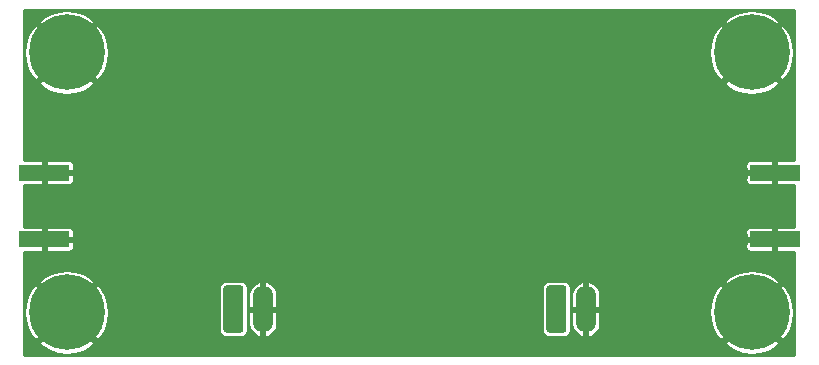
<source format=gbl>
G04 #@! TF.GenerationSoftware,KiCad,Pcbnew,5.1.10-88a1d61d58~90~ubuntu21.04.1*
G04 #@! TF.CreationDate,2021-09-19T17:29:36+02:00*
G04 #@! TF.ProjectId,23cm_PA,3233636d-5f50-4412-9e6b-696361645f70,rev?*
G04 #@! TF.SameCoordinates,Original*
G04 #@! TF.FileFunction,Copper,L2,Bot*
G04 #@! TF.FilePolarity,Positive*
%FSLAX46Y46*%
G04 Gerber Fmt 4.6, Leading zero omitted, Abs format (unit mm)*
G04 Created by KiCad (PCBNEW 5.1.10-88a1d61d58~90~ubuntu21.04.1) date 2021-09-19 17:29:36*
%MOMM*%
%LPD*%
G01*
G04 APERTURE LIST*
G04 #@! TA.AperFunction,ConnectorPad*
%ADD10C,6.400000*%
G04 #@! TD*
G04 #@! TA.AperFunction,ComponentPad*
%ADD11C,3.600000*%
G04 #@! TD*
G04 #@! TA.AperFunction,SMDPad,CuDef*
%ADD12R,4.200000X1.350000*%
G04 #@! TD*
G04 #@! TA.AperFunction,ComponentPad*
%ADD13O,1.700000X4.000000*%
G04 #@! TD*
G04 #@! TA.AperFunction,ViaPad*
%ADD14C,0.800000*%
G04 #@! TD*
G04 #@! TA.AperFunction,Conductor*
%ADD15C,0.254000*%
G04 #@! TD*
G04 #@! TA.AperFunction,Conductor*
%ADD16C,0.100000*%
G04 #@! TD*
G04 APERTURE END LIST*
D10*
X104000000Y-126000000D03*
D11*
X104000000Y-126000000D03*
D10*
X162000000Y-126000000D03*
D11*
X162000000Y-126000000D03*
D10*
X162000000Y-104000000D03*
D11*
X162000000Y-104000000D03*
D10*
X104000000Y-104000000D03*
D11*
X104000000Y-104000000D03*
D12*
X102108000Y-119825000D03*
X102108000Y-114175000D03*
X163957000Y-114175000D03*
X163957000Y-119825000D03*
D13*
X147955000Y-125730000D03*
G04 #@! TA.AperFunction,ComponentPad*
G36*
G01*
X144605000Y-127480100D02*
X144605000Y-123979900D01*
G75*
G02*
X144854900Y-123730000I249900J0D01*
G01*
X146055100Y-123730000D01*
G75*
G02*
X146305000Y-123979900I0J-249900D01*
G01*
X146305000Y-127480100D01*
G75*
G02*
X146055100Y-127730000I-249900J0D01*
G01*
X144854900Y-127730000D01*
G75*
G02*
X144605000Y-127480100I0J249900D01*
G01*
G37*
G04 #@! TD.AperFunction*
X120610000Y-125730000D03*
G04 #@! TA.AperFunction,ComponentPad*
G36*
G01*
X117260000Y-127480100D02*
X117260000Y-123979900D01*
G75*
G02*
X117509900Y-123730000I249900J0D01*
G01*
X118710100Y-123730000D01*
G75*
G02*
X118960000Y-123979900I0J-249900D01*
G01*
X118960000Y-127480100D01*
G75*
G02*
X118710100Y-127730000I-249900J0D01*
G01*
X117509900Y-127730000D01*
G75*
G02*
X117260000Y-127480100I0J249900D01*
G01*
G37*
G04 #@! TD.AperFunction*
D14*
X103632000Y-114046000D03*
X100711000Y-114046000D03*
X102108000Y-114046000D03*
X103632000Y-119761000D03*
X100711000Y-119761000D03*
X102108000Y-119761000D03*
X165354000Y-114173000D03*
X162306000Y-114173000D03*
X163957000Y-114173000D03*
X163957000Y-119888000D03*
X165354000Y-119888000D03*
X162306000Y-119888000D03*
X149606000Y-120777000D03*
X109982000Y-114046000D03*
X109982000Y-111760000D03*
X108966000Y-112268000D03*
X108966000Y-113538000D03*
X135636000Y-113284000D03*
X135636000Y-114300000D03*
X135636000Y-115316000D03*
X131572000Y-112776000D03*
X131572000Y-114046000D03*
X137414000Y-100838000D03*
X137414000Y-101854000D03*
X137414000Y-102870000D03*
X137414000Y-103886000D03*
X137414000Y-104902000D03*
X122682000Y-100838000D03*
X122682000Y-101854000D03*
X122682000Y-102870000D03*
X122682000Y-103886000D03*
X122682000Y-104902000D03*
X122682000Y-105918000D03*
X137414000Y-105918000D03*
X124460000Y-106934000D03*
X124460000Y-107950000D03*
X124460000Y-108966000D03*
X124460000Y-109982000D03*
X135636000Y-106934000D03*
X135636000Y-107950000D03*
X135636000Y-108966000D03*
X135636000Y-109982000D03*
X135636000Y-110998000D03*
X135636000Y-112014000D03*
X124460000Y-100965000D03*
X126365000Y-100965000D03*
X128270000Y-100965000D03*
X130175000Y-100965000D03*
X132080000Y-100965000D03*
X133985000Y-100965000D03*
X135890000Y-100965000D03*
X124460000Y-102870000D03*
X126365000Y-102870000D03*
X128270000Y-102870000D03*
X130175000Y-102870000D03*
X132080000Y-102870000D03*
X133985000Y-102870000D03*
X135890000Y-102870000D03*
X124460000Y-104775000D03*
X126365000Y-104775000D03*
X128270000Y-104775000D03*
X130175000Y-104775000D03*
X132080000Y-104775000D03*
X133985000Y-104775000D03*
X135890000Y-104775000D03*
X126365000Y-106680000D03*
X128270000Y-106680000D03*
X130175000Y-106680000D03*
X132080000Y-106680000D03*
X133985000Y-106680000D03*
X128270000Y-108585000D03*
X130175000Y-108585000D03*
X132080000Y-108585000D03*
X128270000Y-110490000D03*
X130175000Y-110490000D03*
X132080000Y-110490000D03*
X133985000Y-110490000D03*
X126365000Y-110490000D03*
X133985000Y-112395000D03*
X129540000Y-123190000D03*
X109220000Y-120015000D03*
X110490000Y-120015000D03*
X108458000Y-119126000D03*
X110998000Y-119126000D03*
D15*
X103312011Y-100468056D02*
X102636183Y-100670142D01*
X102012765Y-101000191D01*
X101989019Y-101016057D01*
X101614382Y-101434776D01*
X103378966Y-103199361D01*
X104000000Y-103820395D01*
X106385618Y-101434776D01*
X106010981Y-101016057D01*
X105390202Y-100681070D01*
X104715998Y-100473627D01*
X104056221Y-100406000D01*
X161968781Y-100406000D01*
X161312011Y-100468056D01*
X160636183Y-100670142D01*
X160012765Y-101000191D01*
X159989019Y-101016057D01*
X159614382Y-101434776D01*
X161378966Y-103199361D01*
X162000000Y-103820395D01*
X164385618Y-101434776D01*
X164010981Y-101016057D01*
X163390202Y-100681070D01*
X162715998Y-100473627D01*
X162056221Y-100406000D01*
X165594001Y-100406000D01*
X165594001Y-103968790D01*
X165531944Y-103312011D01*
X165329858Y-102636183D01*
X164999809Y-102012765D01*
X164983943Y-101989019D01*
X164565224Y-101614382D01*
X162179605Y-104000000D01*
X164565224Y-106385618D01*
X164983943Y-106010981D01*
X165318930Y-105390202D01*
X165526373Y-104715998D01*
X165594001Y-104056212D01*
X165594001Y-113117611D01*
X164179250Y-113119000D01*
X164084000Y-113214250D01*
X164084000Y-114048000D01*
X164104000Y-114048000D01*
X164104000Y-114302000D01*
X164084000Y-114302000D01*
X164084000Y-115135750D01*
X164179250Y-115231000D01*
X165594000Y-115232389D01*
X165594000Y-118767611D01*
X164179250Y-118769000D01*
X164084000Y-118864250D01*
X164084000Y-119698000D01*
X164104000Y-119698000D01*
X164104000Y-119952000D01*
X164084000Y-119952000D01*
X164084000Y-120785750D01*
X164179250Y-120881000D01*
X165594000Y-120882389D01*
X165594000Y-125968782D01*
X165531944Y-125312011D01*
X165329858Y-124636183D01*
X164999809Y-124012765D01*
X164983943Y-123989019D01*
X164565224Y-123614382D01*
X162179605Y-126000000D01*
X164565224Y-128385618D01*
X164983943Y-128010981D01*
X165318930Y-127390202D01*
X165526373Y-126715998D01*
X165594000Y-126056219D01*
X165594000Y-129594000D01*
X162031219Y-129594000D01*
X162687989Y-129531944D01*
X163363817Y-129329858D01*
X163987235Y-128999809D01*
X164010981Y-128983943D01*
X164385618Y-128565224D01*
X162000000Y-126179605D01*
X159614382Y-128565224D01*
X159989019Y-128983943D01*
X160609798Y-129318930D01*
X161284002Y-129526373D01*
X161943779Y-129594000D01*
X104031219Y-129594000D01*
X104687989Y-129531944D01*
X105363817Y-129329858D01*
X105987235Y-128999809D01*
X106010981Y-128983943D01*
X106385618Y-128565224D01*
X104000000Y-126179605D01*
X101614382Y-128565224D01*
X101989019Y-128983943D01*
X102609798Y-129318930D01*
X103284002Y-129526373D01*
X103943779Y-129594000D01*
X100406000Y-129594000D01*
X100406000Y-126031219D01*
X100468056Y-126687989D01*
X100670142Y-127363817D01*
X101000191Y-127987235D01*
X101016057Y-128010981D01*
X101434776Y-128385618D01*
X102430610Y-127389784D01*
X102637142Y-127183253D01*
X103820395Y-126000000D01*
X104179605Y-126000000D01*
X106565224Y-128385618D01*
X106983943Y-128010981D01*
X107318930Y-127390202D01*
X107526373Y-126715998D01*
X107598299Y-126014279D01*
X107531944Y-125312011D01*
X107329858Y-124636183D01*
X106999809Y-124012765D01*
X106983943Y-123989019D01*
X106973752Y-123979900D01*
X116877157Y-123979900D01*
X116877157Y-127480100D01*
X116889315Y-127603542D01*
X116925322Y-127722240D01*
X116983793Y-127831633D01*
X117062483Y-127927517D01*
X117158367Y-128006207D01*
X117267760Y-128064678D01*
X117386458Y-128100685D01*
X117509900Y-128112843D01*
X118710100Y-128112843D01*
X118833542Y-128100685D01*
X118952240Y-128064678D01*
X119061633Y-128006207D01*
X119157517Y-127927517D01*
X119236207Y-127831633D01*
X119294678Y-127722240D01*
X119330685Y-127603542D01*
X119342843Y-127480100D01*
X119342843Y-125857000D01*
X119379000Y-125857000D01*
X119379000Y-127007000D01*
X119427430Y-127244716D01*
X119521305Y-127468416D01*
X119657018Y-127669504D01*
X119829354Y-127840251D01*
X120031690Y-127974097D01*
X120256250Y-128065897D01*
X120293020Y-128069489D01*
X120483000Y-128008627D01*
X120483000Y-125857000D01*
X120737000Y-125857000D01*
X120737000Y-128008627D01*
X120926980Y-128069489D01*
X120963750Y-128065897D01*
X121188310Y-127974097D01*
X121390646Y-127840251D01*
X121562982Y-127669504D01*
X121698695Y-127468416D01*
X121792570Y-127244716D01*
X121841000Y-127007000D01*
X121841000Y-125857000D01*
X120737000Y-125857000D01*
X120483000Y-125857000D01*
X119379000Y-125857000D01*
X119342843Y-125857000D01*
X119342843Y-124453000D01*
X119379000Y-124453000D01*
X119379000Y-125603000D01*
X120483000Y-125603000D01*
X120483000Y-123451373D01*
X120737000Y-123451373D01*
X120737000Y-125603000D01*
X121841000Y-125603000D01*
X121841000Y-124453000D01*
X121792570Y-124215284D01*
X121698695Y-123991584D01*
X121690810Y-123979900D01*
X144222157Y-123979900D01*
X144222157Y-127480100D01*
X144234315Y-127603542D01*
X144270322Y-127722240D01*
X144328793Y-127831633D01*
X144407483Y-127927517D01*
X144503367Y-128006207D01*
X144612760Y-128064678D01*
X144731458Y-128100685D01*
X144854900Y-128112843D01*
X146055100Y-128112843D01*
X146178542Y-128100685D01*
X146297240Y-128064678D01*
X146406633Y-128006207D01*
X146502517Y-127927517D01*
X146581207Y-127831633D01*
X146639678Y-127722240D01*
X146675685Y-127603542D01*
X146687843Y-127480100D01*
X146687843Y-125857000D01*
X146724000Y-125857000D01*
X146724000Y-127007000D01*
X146772430Y-127244716D01*
X146866305Y-127468416D01*
X147002018Y-127669504D01*
X147174354Y-127840251D01*
X147376690Y-127974097D01*
X147601250Y-128065897D01*
X147638020Y-128069489D01*
X147828000Y-128008627D01*
X147828000Y-125857000D01*
X148082000Y-125857000D01*
X148082000Y-128008627D01*
X148271980Y-128069489D01*
X148308750Y-128065897D01*
X148533310Y-127974097D01*
X148735646Y-127840251D01*
X148907982Y-127669504D01*
X149043695Y-127468416D01*
X149137570Y-127244716D01*
X149186000Y-127007000D01*
X149186000Y-125985721D01*
X158401701Y-125985721D01*
X158468056Y-126687989D01*
X158670142Y-127363817D01*
X159000191Y-127987235D01*
X159016057Y-128010981D01*
X159434776Y-128385618D01*
X160430610Y-127389784D01*
X160637142Y-127183253D01*
X161820395Y-126000000D01*
X159434776Y-123614382D01*
X159016057Y-123989019D01*
X158681070Y-124609798D01*
X158473627Y-125284002D01*
X158401701Y-125985721D01*
X149186000Y-125985721D01*
X149186000Y-125857000D01*
X148082000Y-125857000D01*
X147828000Y-125857000D01*
X146724000Y-125857000D01*
X146687843Y-125857000D01*
X146687843Y-124453000D01*
X146724000Y-124453000D01*
X146724000Y-125603000D01*
X147828000Y-125603000D01*
X147828000Y-123451373D01*
X148082000Y-123451373D01*
X148082000Y-125603000D01*
X149186000Y-125603000D01*
X149186000Y-124453000D01*
X149137570Y-124215284D01*
X149043695Y-123991584D01*
X148907982Y-123790496D01*
X148735646Y-123619749D01*
X148533310Y-123485903D01*
X148408244Y-123434776D01*
X159614382Y-123434776D01*
X161378966Y-125199361D01*
X162000000Y-125820395D01*
X164385618Y-123434776D01*
X164010981Y-123016057D01*
X163390202Y-122681070D01*
X162715998Y-122473627D01*
X162014279Y-122401701D01*
X161312011Y-122468056D01*
X160636183Y-122670142D01*
X160012765Y-123000191D01*
X159989019Y-123016057D01*
X159614382Y-123434776D01*
X148408244Y-123434776D01*
X148308750Y-123394103D01*
X148271980Y-123390511D01*
X148082000Y-123451373D01*
X147828000Y-123451373D01*
X147638020Y-123390511D01*
X147601250Y-123394103D01*
X147376690Y-123485903D01*
X147174354Y-123619749D01*
X147002018Y-123790496D01*
X146866305Y-123991584D01*
X146772430Y-124215284D01*
X146724000Y-124453000D01*
X146687843Y-124453000D01*
X146687843Y-123979900D01*
X146675685Y-123856458D01*
X146639678Y-123737760D01*
X146581207Y-123628367D01*
X146502517Y-123532483D01*
X146406633Y-123453793D01*
X146297240Y-123395322D01*
X146178542Y-123359315D01*
X146055100Y-123347157D01*
X144854900Y-123347157D01*
X144731458Y-123359315D01*
X144612760Y-123395322D01*
X144503367Y-123453793D01*
X144407483Y-123532483D01*
X144328793Y-123628367D01*
X144270322Y-123737760D01*
X144234315Y-123856458D01*
X144222157Y-123979900D01*
X121690810Y-123979900D01*
X121562982Y-123790496D01*
X121390646Y-123619749D01*
X121188310Y-123485903D01*
X120963750Y-123394103D01*
X120926980Y-123390511D01*
X120737000Y-123451373D01*
X120483000Y-123451373D01*
X120293020Y-123390511D01*
X120256250Y-123394103D01*
X120031690Y-123485903D01*
X119829354Y-123619749D01*
X119657018Y-123790496D01*
X119521305Y-123991584D01*
X119427430Y-124215284D01*
X119379000Y-124453000D01*
X119342843Y-124453000D01*
X119342843Y-123979900D01*
X119330685Y-123856458D01*
X119294678Y-123737760D01*
X119236207Y-123628367D01*
X119157517Y-123532483D01*
X119061633Y-123453793D01*
X118952240Y-123395322D01*
X118833542Y-123359315D01*
X118710100Y-123347157D01*
X117509900Y-123347157D01*
X117386458Y-123359315D01*
X117267760Y-123395322D01*
X117158367Y-123453793D01*
X117062483Y-123532483D01*
X116983793Y-123628367D01*
X116925322Y-123737760D01*
X116889315Y-123856458D01*
X116877157Y-123979900D01*
X106973752Y-123979900D01*
X106565224Y-123614382D01*
X104179605Y-126000000D01*
X103820395Y-126000000D01*
X101434776Y-123614382D01*
X101016057Y-123989019D01*
X100681070Y-124609798D01*
X100473627Y-125284002D01*
X100406000Y-125943779D01*
X100406000Y-123434776D01*
X101614382Y-123434776D01*
X103378966Y-125199361D01*
X104000000Y-125820395D01*
X106385618Y-123434776D01*
X106010981Y-123016057D01*
X105390202Y-122681070D01*
X104715998Y-122473627D01*
X104014279Y-122401701D01*
X103312011Y-122468056D01*
X102636183Y-122670142D01*
X102012765Y-123000191D01*
X101989019Y-123016057D01*
X101614382Y-123434776D01*
X100406000Y-123434776D01*
X100406000Y-120882452D01*
X101885750Y-120881000D01*
X101981000Y-120785750D01*
X101981000Y-119952000D01*
X102235000Y-119952000D01*
X102235000Y-120785750D01*
X102330250Y-120881000D01*
X104208000Y-120882843D01*
X104282689Y-120875487D01*
X104354508Y-120853701D01*
X104420696Y-120818322D01*
X104478711Y-120770711D01*
X104526322Y-120712696D01*
X104561701Y-120646508D01*
X104583487Y-120574689D01*
X104590843Y-120500000D01*
X161474157Y-120500000D01*
X161481513Y-120574689D01*
X161503299Y-120646508D01*
X161538678Y-120712696D01*
X161586289Y-120770711D01*
X161644304Y-120818322D01*
X161710492Y-120853701D01*
X161782311Y-120875487D01*
X161857000Y-120882843D01*
X163734750Y-120881000D01*
X163830000Y-120785750D01*
X163830000Y-119952000D01*
X161571250Y-119952000D01*
X161476000Y-120047250D01*
X161474157Y-120500000D01*
X104590843Y-120500000D01*
X104589000Y-120047250D01*
X104493750Y-119952000D01*
X102235000Y-119952000D01*
X101981000Y-119952000D01*
X101961000Y-119952000D01*
X101961000Y-119698000D01*
X101981000Y-119698000D01*
X101981000Y-118864250D01*
X102235000Y-118864250D01*
X102235000Y-119698000D01*
X104493750Y-119698000D01*
X104589000Y-119602750D01*
X104590843Y-119150000D01*
X161474157Y-119150000D01*
X161476000Y-119602750D01*
X161571250Y-119698000D01*
X163830000Y-119698000D01*
X163830000Y-118864250D01*
X163734750Y-118769000D01*
X161857000Y-118767157D01*
X161782311Y-118774513D01*
X161710492Y-118796299D01*
X161644304Y-118831678D01*
X161586289Y-118879289D01*
X161538678Y-118937304D01*
X161503299Y-119003492D01*
X161481513Y-119075311D01*
X161474157Y-119150000D01*
X104590843Y-119150000D01*
X104583487Y-119075311D01*
X104561701Y-119003492D01*
X104526322Y-118937304D01*
X104478711Y-118879289D01*
X104420696Y-118831678D01*
X104354508Y-118796299D01*
X104282689Y-118774513D01*
X104208000Y-118767157D01*
X102330250Y-118769000D01*
X102235000Y-118864250D01*
X101981000Y-118864250D01*
X101885750Y-118769000D01*
X100406000Y-118767548D01*
X100406000Y-115232452D01*
X101885750Y-115231000D01*
X101981000Y-115135750D01*
X101981000Y-114302000D01*
X102235000Y-114302000D01*
X102235000Y-115135750D01*
X102330250Y-115231000D01*
X104208000Y-115232843D01*
X104282689Y-115225487D01*
X104354508Y-115203701D01*
X104420696Y-115168322D01*
X104478711Y-115120711D01*
X104526322Y-115062696D01*
X104561701Y-114996508D01*
X104583487Y-114924689D01*
X104590843Y-114850000D01*
X161474157Y-114850000D01*
X161481513Y-114924689D01*
X161503299Y-114996508D01*
X161538678Y-115062696D01*
X161586289Y-115120711D01*
X161644304Y-115168322D01*
X161710492Y-115203701D01*
X161782311Y-115225487D01*
X161857000Y-115232843D01*
X163734750Y-115231000D01*
X163830000Y-115135750D01*
X163830000Y-114302000D01*
X161571250Y-114302000D01*
X161476000Y-114397250D01*
X161474157Y-114850000D01*
X104590843Y-114850000D01*
X104589000Y-114397250D01*
X104493750Y-114302000D01*
X102235000Y-114302000D01*
X101981000Y-114302000D01*
X101961000Y-114302000D01*
X101961000Y-114048000D01*
X101981000Y-114048000D01*
X101981000Y-113214250D01*
X102235000Y-113214250D01*
X102235000Y-114048000D01*
X104493750Y-114048000D01*
X104589000Y-113952750D01*
X104590843Y-113500000D01*
X161474157Y-113500000D01*
X161476000Y-113952750D01*
X161571250Y-114048000D01*
X163830000Y-114048000D01*
X163830000Y-113214250D01*
X163734750Y-113119000D01*
X161857000Y-113117157D01*
X161782311Y-113124513D01*
X161710492Y-113146299D01*
X161644304Y-113181678D01*
X161586289Y-113229289D01*
X161538678Y-113287304D01*
X161503299Y-113353492D01*
X161481513Y-113425311D01*
X161474157Y-113500000D01*
X104590843Y-113500000D01*
X104583487Y-113425311D01*
X104561701Y-113353492D01*
X104526322Y-113287304D01*
X104478711Y-113229289D01*
X104420696Y-113181678D01*
X104354508Y-113146299D01*
X104282689Y-113124513D01*
X104208000Y-113117157D01*
X102330250Y-113119000D01*
X102235000Y-113214250D01*
X101981000Y-113214250D01*
X101885750Y-113119000D01*
X100406000Y-113117548D01*
X100406000Y-106565224D01*
X101614382Y-106565224D01*
X101989019Y-106983943D01*
X102609798Y-107318930D01*
X103284002Y-107526373D01*
X103985721Y-107598299D01*
X104687989Y-107531944D01*
X105363817Y-107329858D01*
X105987235Y-106999809D01*
X106010981Y-106983943D01*
X106385618Y-106565224D01*
X159614382Y-106565224D01*
X159989019Y-106983943D01*
X160609798Y-107318930D01*
X161284002Y-107526373D01*
X161985721Y-107598299D01*
X162687989Y-107531944D01*
X163363817Y-107329858D01*
X163987235Y-106999809D01*
X164010981Y-106983943D01*
X164385618Y-106565224D01*
X162000000Y-104179605D01*
X159614382Y-106565224D01*
X106385618Y-106565224D01*
X104000000Y-104179605D01*
X101614382Y-106565224D01*
X100406000Y-106565224D01*
X100406000Y-104031219D01*
X100468056Y-104687989D01*
X100670142Y-105363817D01*
X101000191Y-105987235D01*
X101016057Y-106010981D01*
X101434776Y-106385618D01*
X102430610Y-105389784D01*
X102637142Y-105183253D01*
X103820395Y-104000000D01*
X104179605Y-104000000D01*
X106565224Y-106385618D01*
X106983943Y-106010981D01*
X107318930Y-105390202D01*
X107526373Y-104715998D01*
X107598299Y-104014279D01*
X107595601Y-103985721D01*
X158401701Y-103985721D01*
X158468056Y-104687989D01*
X158670142Y-105363817D01*
X159000191Y-105987235D01*
X159016057Y-106010981D01*
X159434776Y-106385618D01*
X160430610Y-105389784D01*
X160637142Y-105183253D01*
X161820395Y-104000000D01*
X159434776Y-101614382D01*
X159016057Y-101989019D01*
X158681070Y-102609798D01*
X158473627Y-103284002D01*
X158401701Y-103985721D01*
X107595601Y-103985721D01*
X107531944Y-103312011D01*
X107329858Y-102636183D01*
X106999809Y-102012765D01*
X106983943Y-101989019D01*
X106565224Y-101614382D01*
X104179605Y-104000000D01*
X103820395Y-104000000D01*
X101434776Y-101614382D01*
X101016057Y-101989019D01*
X100681070Y-102609798D01*
X100473627Y-103284002D01*
X100406000Y-103943779D01*
X100406000Y-100406000D01*
X103968781Y-100406000D01*
X103312011Y-100468056D01*
G04 #@! TA.AperFunction,Conductor*
D16*
G36*
X103312011Y-100468056D02*
G01*
X102636183Y-100670142D01*
X102012765Y-101000191D01*
X101989019Y-101016057D01*
X101614382Y-101434776D01*
X103378966Y-103199361D01*
X104000000Y-103820395D01*
X106385618Y-101434776D01*
X106010981Y-101016057D01*
X105390202Y-100681070D01*
X104715998Y-100473627D01*
X104056221Y-100406000D01*
X161968781Y-100406000D01*
X161312011Y-100468056D01*
X160636183Y-100670142D01*
X160012765Y-101000191D01*
X159989019Y-101016057D01*
X159614382Y-101434776D01*
X161378966Y-103199361D01*
X162000000Y-103820395D01*
X164385618Y-101434776D01*
X164010981Y-101016057D01*
X163390202Y-100681070D01*
X162715998Y-100473627D01*
X162056221Y-100406000D01*
X165594001Y-100406000D01*
X165594001Y-103968790D01*
X165531944Y-103312011D01*
X165329858Y-102636183D01*
X164999809Y-102012765D01*
X164983943Y-101989019D01*
X164565224Y-101614382D01*
X162179605Y-104000000D01*
X164565224Y-106385618D01*
X164983943Y-106010981D01*
X165318930Y-105390202D01*
X165526373Y-104715998D01*
X165594001Y-104056212D01*
X165594001Y-113117611D01*
X164179250Y-113119000D01*
X164084000Y-113214250D01*
X164084000Y-114048000D01*
X164104000Y-114048000D01*
X164104000Y-114302000D01*
X164084000Y-114302000D01*
X164084000Y-115135750D01*
X164179250Y-115231000D01*
X165594000Y-115232389D01*
X165594000Y-118767611D01*
X164179250Y-118769000D01*
X164084000Y-118864250D01*
X164084000Y-119698000D01*
X164104000Y-119698000D01*
X164104000Y-119952000D01*
X164084000Y-119952000D01*
X164084000Y-120785750D01*
X164179250Y-120881000D01*
X165594000Y-120882389D01*
X165594000Y-125968782D01*
X165531944Y-125312011D01*
X165329858Y-124636183D01*
X164999809Y-124012765D01*
X164983943Y-123989019D01*
X164565224Y-123614382D01*
X162179605Y-126000000D01*
X164565224Y-128385618D01*
X164983943Y-128010981D01*
X165318930Y-127390202D01*
X165526373Y-126715998D01*
X165594000Y-126056219D01*
X165594000Y-129594000D01*
X162031219Y-129594000D01*
X162687989Y-129531944D01*
X163363817Y-129329858D01*
X163987235Y-128999809D01*
X164010981Y-128983943D01*
X164385618Y-128565224D01*
X162000000Y-126179605D01*
X159614382Y-128565224D01*
X159989019Y-128983943D01*
X160609798Y-129318930D01*
X161284002Y-129526373D01*
X161943779Y-129594000D01*
X104031219Y-129594000D01*
X104687989Y-129531944D01*
X105363817Y-129329858D01*
X105987235Y-128999809D01*
X106010981Y-128983943D01*
X106385618Y-128565224D01*
X104000000Y-126179605D01*
X101614382Y-128565224D01*
X101989019Y-128983943D01*
X102609798Y-129318930D01*
X103284002Y-129526373D01*
X103943779Y-129594000D01*
X100406000Y-129594000D01*
X100406000Y-126031219D01*
X100468056Y-126687989D01*
X100670142Y-127363817D01*
X101000191Y-127987235D01*
X101016057Y-128010981D01*
X101434776Y-128385618D01*
X102430610Y-127389784D01*
X102637142Y-127183253D01*
X103820395Y-126000000D01*
X104179605Y-126000000D01*
X106565224Y-128385618D01*
X106983943Y-128010981D01*
X107318930Y-127390202D01*
X107526373Y-126715998D01*
X107598299Y-126014279D01*
X107531944Y-125312011D01*
X107329858Y-124636183D01*
X106999809Y-124012765D01*
X106983943Y-123989019D01*
X106973752Y-123979900D01*
X116877157Y-123979900D01*
X116877157Y-127480100D01*
X116889315Y-127603542D01*
X116925322Y-127722240D01*
X116983793Y-127831633D01*
X117062483Y-127927517D01*
X117158367Y-128006207D01*
X117267760Y-128064678D01*
X117386458Y-128100685D01*
X117509900Y-128112843D01*
X118710100Y-128112843D01*
X118833542Y-128100685D01*
X118952240Y-128064678D01*
X119061633Y-128006207D01*
X119157517Y-127927517D01*
X119236207Y-127831633D01*
X119294678Y-127722240D01*
X119330685Y-127603542D01*
X119342843Y-127480100D01*
X119342843Y-125857000D01*
X119379000Y-125857000D01*
X119379000Y-127007000D01*
X119427430Y-127244716D01*
X119521305Y-127468416D01*
X119657018Y-127669504D01*
X119829354Y-127840251D01*
X120031690Y-127974097D01*
X120256250Y-128065897D01*
X120293020Y-128069489D01*
X120483000Y-128008627D01*
X120483000Y-125857000D01*
X120737000Y-125857000D01*
X120737000Y-128008627D01*
X120926980Y-128069489D01*
X120963750Y-128065897D01*
X121188310Y-127974097D01*
X121390646Y-127840251D01*
X121562982Y-127669504D01*
X121698695Y-127468416D01*
X121792570Y-127244716D01*
X121841000Y-127007000D01*
X121841000Y-125857000D01*
X120737000Y-125857000D01*
X120483000Y-125857000D01*
X119379000Y-125857000D01*
X119342843Y-125857000D01*
X119342843Y-124453000D01*
X119379000Y-124453000D01*
X119379000Y-125603000D01*
X120483000Y-125603000D01*
X120483000Y-123451373D01*
X120737000Y-123451373D01*
X120737000Y-125603000D01*
X121841000Y-125603000D01*
X121841000Y-124453000D01*
X121792570Y-124215284D01*
X121698695Y-123991584D01*
X121690810Y-123979900D01*
X144222157Y-123979900D01*
X144222157Y-127480100D01*
X144234315Y-127603542D01*
X144270322Y-127722240D01*
X144328793Y-127831633D01*
X144407483Y-127927517D01*
X144503367Y-128006207D01*
X144612760Y-128064678D01*
X144731458Y-128100685D01*
X144854900Y-128112843D01*
X146055100Y-128112843D01*
X146178542Y-128100685D01*
X146297240Y-128064678D01*
X146406633Y-128006207D01*
X146502517Y-127927517D01*
X146581207Y-127831633D01*
X146639678Y-127722240D01*
X146675685Y-127603542D01*
X146687843Y-127480100D01*
X146687843Y-125857000D01*
X146724000Y-125857000D01*
X146724000Y-127007000D01*
X146772430Y-127244716D01*
X146866305Y-127468416D01*
X147002018Y-127669504D01*
X147174354Y-127840251D01*
X147376690Y-127974097D01*
X147601250Y-128065897D01*
X147638020Y-128069489D01*
X147828000Y-128008627D01*
X147828000Y-125857000D01*
X148082000Y-125857000D01*
X148082000Y-128008627D01*
X148271980Y-128069489D01*
X148308750Y-128065897D01*
X148533310Y-127974097D01*
X148735646Y-127840251D01*
X148907982Y-127669504D01*
X149043695Y-127468416D01*
X149137570Y-127244716D01*
X149186000Y-127007000D01*
X149186000Y-125985721D01*
X158401701Y-125985721D01*
X158468056Y-126687989D01*
X158670142Y-127363817D01*
X159000191Y-127987235D01*
X159016057Y-128010981D01*
X159434776Y-128385618D01*
X160430610Y-127389784D01*
X160637142Y-127183253D01*
X161820395Y-126000000D01*
X159434776Y-123614382D01*
X159016057Y-123989019D01*
X158681070Y-124609798D01*
X158473627Y-125284002D01*
X158401701Y-125985721D01*
X149186000Y-125985721D01*
X149186000Y-125857000D01*
X148082000Y-125857000D01*
X147828000Y-125857000D01*
X146724000Y-125857000D01*
X146687843Y-125857000D01*
X146687843Y-124453000D01*
X146724000Y-124453000D01*
X146724000Y-125603000D01*
X147828000Y-125603000D01*
X147828000Y-123451373D01*
X148082000Y-123451373D01*
X148082000Y-125603000D01*
X149186000Y-125603000D01*
X149186000Y-124453000D01*
X149137570Y-124215284D01*
X149043695Y-123991584D01*
X148907982Y-123790496D01*
X148735646Y-123619749D01*
X148533310Y-123485903D01*
X148408244Y-123434776D01*
X159614382Y-123434776D01*
X161378966Y-125199361D01*
X162000000Y-125820395D01*
X164385618Y-123434776D01*
X164010981Y-123016057D01*
X163390202Y-122681070D01*
X162715998Y-122473627D01*
X162014279Y-122401701D01*
X161312011Y-122468056D01*
X160636183Y-122670142D01*
X160012765Y-123000191D01*
X159989019Y-123016057D01*
X159614382Y-123434776D01*
X148408244Y-123434776D01*
X148308750Y-123394103D01*
X148271980Y-123390511D01*
X148082000Y-123451373D01*
X147828000Y-123451373D01*
X147638020Y-123390511D01*
X147601250Y-123394103D01*
X147376690Y-123485903D01*
X147174354Y-123619749D01*
X147002018Y-123790496D01*
X146866305Y-123991584D01*
X146772430Y-124215284D01*
X146724000Y-124453000D01*
X146687843Y-124453000D01*
X146687843Y-123979900D01*
X146675685Y-123856458D01*
X146639678Y-123737760D01*
X146581207Y-123628367D01*
X146502517Y-123532483D01*
X146406633Y-123453793D01*
X146297240Y-123395322D01*
X146178542Y-123359315D01*
X146055100Y-123347157D01*
X144854900Y-123347157D01*
X144731458Y-123359315D01*
X144612760Y-123395322D01*
X144503367Y-123453793D01*
X144407483Y-123532483D01*
X144328793Y-123628367D01*
X144270322Y-123737760D01*
X144234315Y-123856458D01*
X144222157Y-123979900D01*
X121690810Y-123979900D01*
X121562982Y-123790496D01*
X121390646Y-123619749D01*
X121188310Y-123485903D01*
X120963750Y-123394103D01*
X120926980Y-123390511D01*
X120737000Y-123451373D01*
X120483000Y-123451373D01*
X120293020Y-123390511D01*
X120256250Y-123394103D01*
X120031690Y-123485903D01*
X119829354Y-123619749D01*
X119657018Y-123790496D01*
X119521305Y-123991584D01*
X119427430Y-124215284D01*
X119379000Y-124453000D01*
X119342843Y-124453000D01*
X119342843Y-123979900D01*
X119330685Y-123856458D01*
X119294678Y-123737760D01*
X119236207Y-123628367D01*
X119157517Y-123532483D01*
X119061633Y-123453793D01*
X118952240Y-123395322D01*
X118833542Y-123359315D01*
X118710100Y-123347157D01*
X117509900Y-123347157D01*
X117386458Y-123359315D01*
X117267760Y-123395322D01*
X117158367Y-123453793D01*
X117062483Y-123532483D01*
X116983793Y-123628367D01*
X116925322Y-123737760D01*
X116889315Y-123856458D01*
X116877157Y-123979900D01*
X106973752Y-123979900D01*
X106565224Y-123614382D01*
X104179605Y-126000000D01*
X103820395Y-126000000D01*
X101434776Y-123614382D01*
X101016057Y-123989019D01*
X100681070Y-124609798D01*
X100473627Y-125284002D01*
X100406000Y-125943779D01*
X100406000Y-123434776D01*
X101614382Y-123434776D01*
X103378966Y-125199361D01*
X104000000Y-125820395D01*
X106385618Y-123434776D01*
X106010981Y-123016057D01*
X105390202Y-122681070D01*
X104715998Y-122473627D01*
X104014279Y-122401701D01*
X103312011Y-122468056D01*
X102636183Y-122670142D01*
X102012765Y-123000191D01*
X101989019Y-123016057D01*
X101614382Y-123434776D01*
X100406000Y-123434776D01*
X100406000Y-120882452D01*
X101885750Y-120881000D01*
X101981000Y-120785750D01*
X101981000Y-119952000D01*
X102235000Y-119952000D01*
X102235000Y-120785750D01*
X102330250Y-120881000D01*
X104208000Y-120882843D01*
X104282689Y-120875487D01*
X104354508Y-120853701D01*
X104420696Y-120818322D01*
X104478711Y-120770711D01*
X104526322Y-120712696D01*
X104561701Y-120646508D01*
X104583487Y-120574689D01*
X104590843Y-120500000D01*
X161474157Y-120500000D01*
X161481513Y-120574689D01*
X161503299Y-120646508D01*
X161538678Y-120712696D01*
X161586289Y-120770711D01*
X161644304Y-120818322D01*
X161710492Y-120853701D01*
X161782311Y-120875487D01*
X161857000Y-120882843D01*
X163734750Y-120881000D01*
X163830000Y-120785750D01*
X163830000Y-119952000D01*
X161571250Y-119952000D01*
X161476000Y-120047250D01*
X161474157Y-120500000D01*
X104590843Y-120500000D01*
X104589000Y-120047250D01*
X104493750Y-119952000D01*
X102235000Y-119952000D01*
X101981000Y-119952000D01*
X101961000Y-119952000D01*
X101961000Y-119698000D01*
X101981000Y-119698000D01*
X101981000Y-118864250D01*
X102235000Y-118864250D01*
X102235000Y-119698000D01*
X104493750Y-119698000D01*
X104589000Y-119602750D01*
X104590843Y-119150000D01*
X161474157Y-119150000D01*
X161476000Y-119602750D01*
X161571250Y-119698000D01*
X163830000Y-119698000D01*
X163830000Y-118864250D01*
X163734750Y-118769000D01*
X161857000Y-118767157D01*
X161782311Y-118774513D01*
X161710492Y-118796299D01*
X161644304Y-118831678D01*
X161586289Y-118879289D01*
X161538678Y-118937304D01*
X161503299Y-119003492D01*
X161481513Y-119075311D01*
X161474157Y-119150000D01*
X104590843Y-119150000D01*
X104583487Y-119075311D01*
X104561701Y-119003492D01*
X104526322Y-118937304D01*
X104478711Y-118879289D01*
X104420696Y-118831678D01*
X104354508Y-118796299D01*
X104282689Y-118774513D01*
X104208000Y-118767157D01*
X102330250Y-118769000D01*
X102235000Y-118864250D01*
X101981000Y-118864250D01*
X101885750Y-118769000D01*
X100406000Y-118767548D01*
X100406000Y-115232452D01*
X101885750Y-115231000D01*
X101981000Y-115135750D01*
X101981000Y-114302000D01*
X102235000Y-114302000D01*
X102235000Y-115135750D01*
X102330250Y-115231000D01*
X104208000Y-115232843D01*
X104282689Y-115225487D01*
X104354508Y-115203701D01*
X104420696Y-115168322D01*
X104478711Y-115120711D01*
X104526322Y-115062696D01*
X104561701Y-114996508D01*
X104583487Y-114924689D01*
X104590843Y-114850000D01*
X161474157Y-114850000D01*
X161481513Y-114924689D01*
X161503299Y-114996508D01*
X161538678Y-115062696D01*
X161586289Y-115120711D01*
X161644304Y-115168322D01*
X161710492Y-115203701D01*
X161782311Y-115225487D01*
X161857000Y-115232843D01*
X163734750Y-115231000D01*
X163830000Y-115135750D01*
X163830000Y-114302000D01*
X161571250Y-114302000D01*
X161476000Y-114397250D01*
X161474157Y-114850000D01*
X104590843Y-114850000D01*
X104589000Y-114397250D01*
X104493750Y-114302000D01*
X102235000Y-114302000D01*
X101981000Y-114302000D01*
X101961000Y-114302000D01*
X101961000Y-114048000D01*
X101981000Y-114048000D01*
X101981000Y-113214250D01*
X102235000Y-113214250D01*
X102235000Y-114048000D01*
X104493750Y-114048000D01*
X104589000Y-113952750D01*
X104590843Y-113500000D01*
X161474157Y-113500000D01*
X161476000Y-113952750D01*
X161571250Y-114048000D01*
X163830000Y-114048000D01*
X163830000Y-113214250D01*
X163734750Y-113119000D01*
X161857000Y-113117157D01*
X161782311Y-113124513D01*
X161710492Y-113146299D01*
X161644304Y-113181678D01*
X161586289Y-113229289D01*
X161538678Y-113287304D01*
X161503299Y-113353492D01*
X161481513Y-113425311D01*
X161474157Y-113500000D01*
X104590843Y-113500000D01*
X104583487Y-113425311D01*
X104561701Y-113353492D01*
X104526322Y-113287304D01*
X104478711Y-113229289D01*
X104420696Y-113181678D01*
X104354508Y-113146299D01*
X104282689Y-113124513D01*
X104208000Y-113117157D01*
X102330250Y-113119000D01*
X102235000Y-113214250D01*
X101981000Y-113214250D01*
X101885750Y-113119000D01*
X100406000Y-113117548D01*
X100406000Y-106565224D01*
X101614382Y-106565224D01*
X101989019Y-106983943D01*
X102609798Y-107318930D01*
X103284002Y-107526373D01*
X103985721Y-107598299D01*
X104687989Y-107531944D01*
X105363817Y-107329858D01*
X105987235Y-106999809D01*
X106010981Y-106983943D01*
X106385618Y-106565224D01*
X159614382Y-106565224D01*
X159989019Y-106983943D01*
X160609798Y-107318930D01*
X161284002Y-107526373D01*
X161985721Y-107598299D01*
X162687989Y-107531944D01*
X163363817Y-107329858D01*
X163987235Y-106999809D01*
X164010981Y-106983943D01*
X164385618Y-106565224D01*
X162000000Y-104179605D01*
X159614382Y-106565224D01*
X106385618Y-106565224D01*
X104000000Y-104179605D01*
X101614382Y-106565224D01*
X100406000Y-106565224D01*
X100406000Y-104031219D01*
X100468056Y-104687989D01*
X100670142Y-105363817D01*
X101000191Y-105987235D01*
X101016057Y-106010981D01*
X101434776Y-106385618D01*
X102430610Y-105389784D01*
X102637142Y-105183253D01*
X103820395Y-104000000D01*
X104179605Y-104000000D01*
X106565224Y-106385618D01*
X106983943Y-106010981D01*
X107318930Y-105390202D01*
X107526373Y-104715998D01*
X107598299Y-104014279D01*
X107595601Y-103985721D01*
X158401701Y-103985721D01*
X158468056Y-104687989D01*
X158670142Y-105363817D01*
X159000191Y-105987235D01*
X159016057Y-106010981D01*
X159434776Y-106385618D01*
X160430610Y-105389784D01*
X160637142Y-105183253D01*
X161820395Y-104000000D01*
X159434776Y-101614382D01*
X159016057Y-101989019D01*
X158681070Y-102609798D01*
X158473627Y-103284002D01*
X158401701Y-103985721D01*
X107595601Y-103985721D01*
X107531944Y-103312011D01*
X107329858Y-102636183D01*
X106999809Y-102012765D01*
X106983943Y-101989019D01*
X106565224Y-101614382D01*
X104179605Y-104000000D01*
X103820395Y-104000000D01*
X101434776Y-101614382D01*
X101016057Y-101989019D01*
X100681070Y-102609798D01*
X100473627Y-103284002D01*
X100406000Y-103943779D01*
X100406000Y-100406000D01*
X103968781Y-100406000D01*
X103312011Y-100468056D01*
G37*
G04 #@! TD.AperFunction*
M02*

</source>
